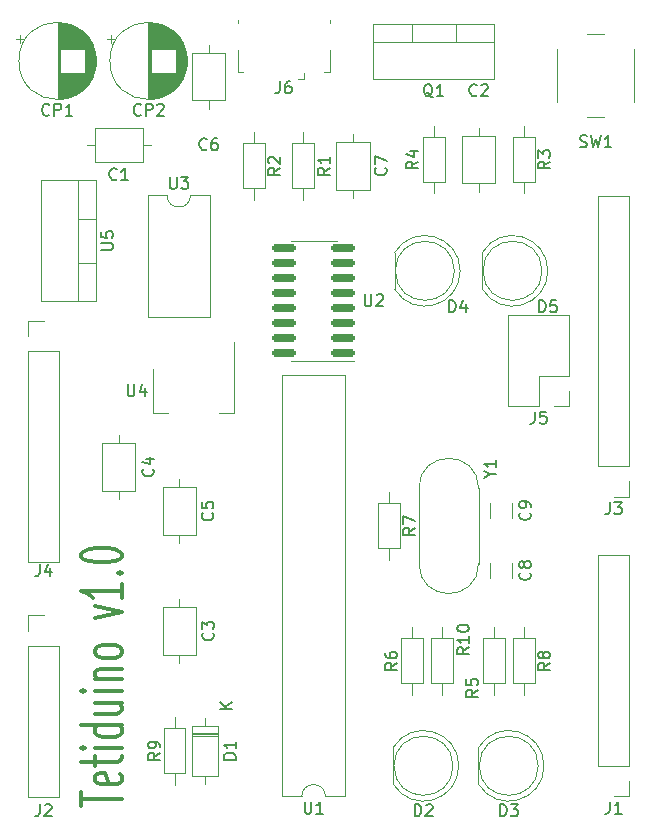
<source format=gto>
G04 #@! TF.GenerationSoftware,KiCad,Pcbnew,6.0.11-3.fc36*
G04 #@! TF.CreationDate,2023-04-04T19:10:39+09:00*
G04 #@! TF.ProjectId,Tetiduino,54657469-6475-4696-9e6f-2e6b69636164,rev?*
G04 #@! TF.SameCoordinates,Original*
G04 #@! TF.FileFunction,Legend,Top*
G04 #@! TF.FilePolarity,Positive*
%FSLAX46Y46*%
G04 Gerber Fmt 4.6, Leading zero omitted, Abs format (unit mm)*
G04 Created by KiCad (PCBNEW 6.0.11-3.fc36) date 2023-04-04 19:10:39*
%MOMM*%
%LPD*%
G01*
G04 APERTURE LIST*
G04 Aperture macros list*
%AMRoundRect*
0 Rectangle with rounded corners*
0 $1 Rounding radius*
0 $2 $3 $4 $5 $6 $7 $8 $9 X,Y pos of 4 corners*
0 Add a 4 corners polygon primitive as box body*
4,1,4,$2,$3,$4,$5,$6,$7,$8,$9,$2,$3,0*
0 Add four circle primitives for the rounded corners*
1,1,$1+$1,$2,$3*
1,1,$1+$1,$4,$5*
1,1,$1+$1,$6,$7*
1,1,$1+$1,$8,$9*
0 Add four rect primitives between the rounded corners*
20,1,$1+$1,$2,$3,$4,$5,0*
20,1,$1+$1,$4,$5,$6,$7,0*
20,1,$1+$1,$6,$7,$8,$9,0*
20,1,$1+$1,$8,$9,$2,$3,0*%
G04 Aperture macros list end*
%ADD10C,0.300000*%
%ADD11C,0.150000*%
%ADD12C,0.120000*%
%ADD13R,1.700000X1.700000*%
%ADD14O,1.700000X1.700000*%
%ADD15C,1.400000*%
%ADD16O,1.400000X1.400000*%
%ADD17R,1.905000X2.000000*%
%ADD18O,1.905000X2.000000*%
%ADD19R,1.600000X1.600000*%
%ADD20O,1.600000X1.600000*%
%ADD21C,1.600000*%
%ADD22R,0.400000X1.350000*%
%ADD23R,1.500000X1.900000*%
%ADD24R,1.200000X1.900000*%
%ADD25O,1.200000X1.900000*%
%ADD26C,1.450000*%
%ADD27C,2.000000*%
%ADD28R,1.800000X1.800000*%
%ADD29C,1.800000*%
%ADD30R,1.500000X2.000000*%
%ADD31R,3.800000X2.000000*%
%ADD32RoundRect,0.150000X0.825000X0.150000X-0.825000X0.150000X-0.825000X-0.150000X0.825000X-0.150000X0*%
%ADD33R,2.000000X1.905000*%
%ADD34O,2.000000X1.905000*%
%ADD35C,1.500000*%
G04 APERTURE END LIST*
D10*
X127623333Y-138635000D02*
X127623333Y-137435000D01*
X131123333Y-138035000D02*
X127623333Y-138035000D01*
X130956666Y-135935000D02*
X131123333Y-136135000D01*
X131123333Y-136535000D01*
X130956666Y-136735000D01*
X130623333Y-136835000D01*
X129290000Y-136835000D01*
X128956666Y-136735000D01*
X128790000Y-136535000D01*
X128790000Y-136135000D01*
X128956666Y-135935000D01*
X129290000Y-135835000D01*
X129623333Y-135835000D01*
X129956666Y-136835000D01*
X128790000Y-135235000D02*
X128790000Y-134435000D01*
X127623333Y-134935000D02*
X130623333Y-134935000D01*
X130956666Y-134835000D01*
X131123333Y-134635000D01*
X131123333Y-134435000D01*
X131123333Y-133735000D02*
X128790000Y-133735000D01*
X127623333Y-133735000D02*
X127790000Y-133835000D01*
X127956666Y-133735000D01*
X127790000Y-133635000D01*
X127623333Y-133735000D01*
X127956666Y-133735000D01*
X131123333Y-131835000D02*
X127623333Y-131835000D01*
X130956666Y-131835000D02*
X131123333Y-132035000D01*
X131123333Y-132435000D01*
X130956666Y-132635000D01*
X130790000Y-132735000D01*
X130456666Y-132835000D01*
X129456666Y-132835000D01*
X129123333Y-132735000D01*
X128956666Y-132635000D01*
X128790000Y-132435000D01*
X128790000Y-132035000D01*
X128956666Y-131835000D01*
X128790000Y-129935000D02*
X131123333Y-129935000D01*
X128790000Y-130835000D02*
X130623333Y-130835000D01*
X130956666Y-130735000D01*
X131123333Y-130535000D01*
X131123333Y-130235000D01*
X130956666Y-130035000D01*
X130790000Y-129935000D01*
X131123333Y-128935000D02*
X128790000Y-128935000D01*
X127623333Y-128935000D02*
X127790000Y-129035000D01*
X127956666Y-128935000D01*
X127790000Y-128835000D01*
X127623333Y-128935000D01*
X127956666Y-128935000D01*
X128790000Y-127935000D02*
X131123333Y-127935000D01*
X129123333Y-127935000D02*
X128956666Y-127835000D01*
X128790000Y-127635000D01*
X128790000Y-127335000D01*
X128956666Y-127135000D01*
X129290000Y-127035000D01*
X131123333Y-127035000D01*
X131123333Y-125735000D02*
X130956666Y-125935000D01*
X130790000Y-126035000D01*
X130456666Y-126135000D01*
X129456666Y-126135000D01*
X129123333Y-126035000D01*
X128956666Y-125935000D01*
X128790000Y-125735000D01*
X128790000Y-125435000D01*
X128956666Y-125235000D01*
X129123333Y-125135000D01*
X129456666Y-125035000D01*
X130456666Y-125035000D01*
X130790000Y-125135000D01*
X130956666Y-125235000D01*
X131123333Y-125435000D01*
X131123333Y-125735000D01*
X128790000Y-122735000D02*
X131123333Y-122235000D01*
X128790000Y-121735000D01*
X131123333Y-119835000D02*
X131123333Y-121035000D01*
X131123333Y-120435000D02*
X127623333Y-120435000D01*
X128123333Y-120635000D01*
X128456666Y-120835000D01*
X128623333Y-121035000D01*
X130790000Y-118935000D02*
X130956666Y-118835000D01*
X131123333Y-118935000D01*
X130956666Y-119035000D01*
X130790000Y-118935000D01*
X131123333Y-118935000D01*
X127623333Y-117535000D02*
X127623333Y-117335000D01*
X127790000Y-117135000D01*
X127956666Y-117035000D01*
X128290000Y-116935000D01*
X128956666Y-116835000D01*
X129790000Y-116835000D01*
X130456666Y-116935000D01*
X130790000Y-117035000D01*
X130956666Y-117135000D01*
X131123333Y-117335000D01*
X131123333Y-117535000D01*
X130956666Y-117735000D01*
X130790000Y-117835000D01*
X130456666Y-117935000D01*
X129790000Y-118035000D01*
X128956666Y-118035000D01*
X128290000Y-117935000D01*
X127956666Y-117835000D01*
X127790000Y-117735000D01*
X127623333Y-117535000D01*
D11*
X124126666Y-118197380D02*
X124126666Y-118911666D01*
X124079047Y-119054523D01*
X123983809Y-119149761D01*
X123840952Y-119197380D01*
X123745714Y-119197380D01*
X125031428Y-118530714D02*
X125031428Y-119197380D01*
X124793333Y-118149761D02*
X124555238Y-118864047D01*
X125174285Y-118864047D01*
X167330380Y-84091666D02*
X166854190Y-84425000D01*
X167330380Y-84663095D02*
X166330380Y-84663095D01*
X166330380Y-84282142D01*
X166378000Y-84186904D01*
X166425619Y-84139285D01*
X166520857Y-84091666D01*
X166663714Y-84091666D01*
X166758952Y-84139285D01*
X166806571Y-84186904D01*
X166854190Y-84282142D01*
X166854190Y-84663095D01*
X166330380Y-83758333D02*
X166330380Y-83139285D01*
X166711333Y-83472619D01*
X166711333Y-83329761D01*
X166758952Y-83234523D01*
X166806571Y-83186904D01*
X166901809Y-83139285D01*
X167139904Y-83139285D01*
X167235142Y-83186904D01*
X167282761Y-83234523D01*
X167330380Y-83329761D01*
X167330380Y-83615476D01*
X167282761Y-83710714D01*
X167235142Y-83758333D01*
X157384761Y-78652619D02*
X157289523Y-78605000D01*
X157194285Y-78509761D01*
X157051428Y-78366904D01*
X156956190Y-78319285D01*
X156860952Y-78319285D01*
X156908571Y-78557380D02*
X156813333Y-78509761D01*
X156718095Y-78414523D01*
X156670476Y-78224047D01*
X156670476Y-77890714D01*
X156718095Y-77700238D01*
X156813333Y-77605000D01*
X156908571Y-77557380D01*
X157099047Y-77557380D01*
X157194285Y-77605000D01*
X157289523Y-77700238D01*
X157337142Y-77890714D01*
X157337142Y-78224047D01*
X157289523Y-78414523D01*
X157194285Y-78509761D01*
X157099047Y-78557380D01*
X156908571Y-78557380D01*
X158289523Y-78557380D02*
X157718095Y-78557380D01*
X158003809Y-78557380D02*
X158003809Y-77557380D01*
X157908571Y-77700238D01*
X157813333Y-77795476D01*
X157718095Y-77843095D01*
X140702380Y-134723095D02*
X139702380Y-134723095D01*
X139702380Y-134485000D01*
X139750000Y-134342142D01*
X139845238Y-134246904D01*
X139940476Y-134199285D01*
X140130952Y-134151666D01*
X140273809Y-134151666D01*
X140464285Y-134199285D01*
X140559523Y-134246904D01*
X140654761Y-134342142D01*
X140702380Y-134485000D01*
X140702380Y-134723095D01*
X140702380Y-133199285D02*
X140702380Y-133770714D01*
X140702380Y-133485000D02*
X139702380Y-133485000D01*
X139845238Y-133580238D01*
X139940476Y-133675476D01*
X139988095Y-133770714D01*
X140382380Y-130436904D02*
X139382380Y-130436904D01*
X140382380Y-129865476D02*
X139810952Y-130294047D01*
X139382380Y-129865476D02*
X139953809Y-130436904D01*
X165602142Y-118891666D02*
X165649761Y-118939285D01*
X165697380Y-119082142D01*
X165697380Y-119177380D01*
X165649761Y-119320238D01*
X165554523Y-119415476D01*
X165459285Y-119463095D01*
X165268809Y-119510714D01*
X165125952Y-119510714D01*
X164935476Y-119463095D01*
X164840238Y-119415476D01*
X164745000Y-119320238D01*
X164697380Y-119177380D01*
X164697380Y-119082142D01*
X164745000Y-118939285D01*
X164792619Y-118891666D01*
X165125952Y-118320238D02*
X165078333Y-118415476D01*
X165030714Y-118463095D01*
X164935476Y-118510714D01*
X164887857Y-118510714D01*
X164792619Y-118463095D01*
X164745000Y-118415476D01*
X164697380Y-118320238D01*
X164697380Y-118129761D01*
X164745000Y-118034523D01*
X164792619Y-117986904D01*
X164887857Y-117939285D01*
X164935476Y-117939285D01*
X165030714Y-117986904D01*
X165078333Y-118034523D01*
X165125952Y-118129761D01*
X165125952Y-118320238D01*
X165173571Y-118415476D01*
X165221190Y-118463095D01*
X165316428Y-118510714D01*
X165506904Y-118510714D01*
X165602142Y-118463095D01*
X165649761Y-118415476D01*
X165697380Y-118320238D01*
X165697380Y-118129761D01*
X165649761Y-118034523D01*
X165602142Y-117986904D01*
X165506904Y-117939285D01*
X165316428Y-117939285D01*
X165221190Y-117986904D01*
X165173571Y-118034523D01*
X165125952Y-118129761D01*
X165602142Y-113811666D02*
X165649761Y-113859285D01*
X165697380Y-114002142D01*
X165697380Y-114097380D01*
X165649761Y-114240238D01*
X165554523Y-114335476D01*
X165459285Y-114383095D01*
X165268809Y-114430714D01*
X165125952Y-114430714D01*
X164935476Y-114383095D01*
X164840238Y-114335476D01*
X164745000Y-114240238D01*
X164697380Y-114097380D01*
X164697380Y-114002142D01*
X164745000Y-113859285D01*
X164792619Y-113811666D01*
X165697380Y-113335476D02*
X165697380Y-113145000D01*
X165649761Y-113049761D01*
X165602142Y-113002142D01*
X165459285Y-112906904D01*
X165268809Y-112859285D01*
X164887857Y-112859285D01*
X164792619Y-112906904D01*
X164745000Y-112954523D01*
X164697380Y-113049761D01*
X164697380Y-113240238D01*
X164745000Y-113335476D01*
X164792619Y-113383095D01*
X164887857Y-113430714D01*
X165125952Y-113430714D01*
X165221190Y-113383095D01*
X165268809Y-113335476D01*
X165316428Y-113240238D01*
X165316428Y-113049761D01*
X165268809Y-112954523D01*
X165221190Y-112906904D01*
X165125952Y-112859285D01*
X132683333Y-80113142D02*
X132635714Y-80160761D01*
X132492857Y-80208380D01*
X132397619Y-80208380D01*
X132254761Y-80160761D01*
X132159523Y-80065523D01*
X132111904Y-79970285D01*
X132064285Y-79779809D01*
X132064285Y-79636952D01*
X132111904Y-79446476D01*
X132159523Y-79351238D01*
X132254761Y-79256000D01*
X132397619Y-79208380D01*
X132492857Y-79208380D01*
X132635714Y-79256000D01*
X132683333Y-79303619D01*
X133111904Y-80208380D02*
X133111904Y-79208380D01*
X133492857Y-79208380D01*
X133588095Y-79256000D01*
X133635714Y-79303619D01*
X133683333Y-79398857D01*
X133683333Y-79541714D01*
X133635714Y-79636952D01*
X133588095Y-79684571D01*
X133492857Y-79732190D01*
X133111904Y-79732190D01*
X134064285Y-79303619D02*
X134111904Y-79256000D01*
X134207142Y-79208380D01*
X134445238Y-79208380D01*
X134540476Y-79256000D01*
X134588095Y-79303619D01*
X134635714Y-79398857D01*
X134635714Y-79494095D01*
X134588095Y-79636952D01*
X134016666Y-80208380D01*
X134635714Y-80208380D01*
X133707142Y-110121666D02*
X133754761Y-110169285D01*
X133802380Y-110312142D01*
X133802380Y-110407380D01*
X133754761Y-110550238D01*
X133659523Y-110645476D01*
X133564285Y-110693095D01*
X133373809Y-110740714D01*
X133230952Y-110740714D01*
X133040476Y-110693095D01*
X132945238Y-110645476D01*
X132850000Y-110550238D01*
X132802380Y-110407380D01*
X132802380Y-110312142D01*
X132850000Y-110169285D01*
X132897619Y-110121666D01*
X133135714Y-109264523D02*
X133802380Y-109264523D01*
X132754761Y-109502619D02*
X133469047Y-109740714D01*
X133469047Y-109121666D01*
X153392142Y-84621666D02*
X153439761Y-84669285D01*
X153487380Y-84812142D01*
X153487380Y-84907380D01*
X153439761Y-85050238D01*
X153344523Y-85145476D01*
X153249285Y-85193095D01*
X153058809Y-85240714D01*
X152915952Y-85240714D01*
X152725476Y-85193095D01*
X152630238Y-85145476D01*
X152535000Y-85050238D01*
X152487380Y-84907380D01*
X152487380Y-84812142D01*
X152535000Y-84669285D01*
X152582619Y-84621666D01*
X152487380Y-84288333D02*
X152487380Y-83621666D01*
X153487380Y-84050238D01*
X144446666Y-77314880D02*
X144446666Y-78029166D01*
X144399047Y-78172023D01*
X144303809Y-78267261D01*
X144160952Y-78314880D01*
X144065714Y-78314880D01*
X145351428Y-77314880D02*
X145160952Y-77314880D01*
X145065714Y-77362500D01*
X145018095Y-77410119D01*
X144922857Y-77552976D01*
X144875238Y-77743452D01*
X144875238Y-78124404D01*
X144922857Y-78219642D01*
X144970476Y-78267261D01*
X145065714Y-78314880D01*
X145256190Y-78314880D01*
X145351428Y-78267261D01*
X145399047Y-78219642D01*
X145446666Y-78124404D01*
X145446666Y-77886309D01*
X145399047Y-77791071D01*
X145351428Y-77743452D01*
X145256190Y-77695833D01*
X145065714Y-77695833D01*
X144970476Y-77743452D01*
X144922857Y-77791071D01*
X144875238Y-77886309D01*
X169862666Y-82827761D02*
X170005523Y-82875380D01*
X170243619Y-82875380D01*
X170338857Y-82827761D01*
X170386476Y-82780142D01*
X170434095Y-82684904D01*
X170434095Y-82589666D01*
X170386476Y-82494428D01*
X170338857Y-82446809D01*
X170243619Y-82399190D01*
X170053142Y-82351571D01*
X169957904Y-82303952D01*
X169910285Y-82256333D01*
X169862666Y-82161095D01*
X169862666Y-82065857D01*
X169910285Y-81970619D01*
X169957904Y-81923000D01*
X170053142Y-81875380D01*
X170291238Y-81875380D01*
X170434095Y-81923000D01*
X170767428Y-81875380D02*
X171005523Y-82875380D01*
X171196000Y-82161095D01*
X171386476Y-82875380D01*
X171624571Y-81875380D01*
X172529333Y-82875380D02*
X171957904Y-82875380D01*
X172243619Y-82875380D02*
X172243619Y-81875380D01*
X172148380Y-82018238D01*
X172053142Y-82113476D01*
X171957904Y-82161095D01*
X166393904Y-96845380D02*
X166393904Y-95845380D01*
X166632000Y-95845380D01*
X166774857Y-95893000D01*
X166870095Y-95988238D01*
X166917714Y-96083476D01*
X166965333Y-96273952D01*
X166965333Y-96416809D01*
X166917714Y-96607285D01*
X166870095Y-96702523D01*
X166774857Y-96797761D01*
X166632000Y-96845380D01*
X166393904Y-96845380D01*
X167870095Y-95845380D02*
X167393904Y-95845380D01*
X167346285Y-96321571D01*
X167393904Y-96273952D01*
X167489142Y-96226333D01*
X167727238Y-96226333D01*
X167822476Y-96273952D01*
X167870095Y-96321571D01*
X167917714Y-96416809D01*
X167917714Y-96654904D01*
X167870095Y-96750142D01*
X167822476Y-96797761D01*
X167727238Y-96845380D01*
X167489142Y-96845380D01*
X167393904Y-96797761D01*
X167346285Y-96750142D01*
X131572095Y-102957380D02*
X131572095Y-103766904D01*
X131619714Y-103862142D01*
X131667333Y-103909761D01*
X131762571Y-103957380D01*
X131953047Y-103957380D01*
X132048285Y-103909761D01*
X132095904Y-103862142D01*
X132143523Y-103766904D01*
X132143523Y-102957380D01*
X133048285Y-103290714D02*
X133048285Y-103957380D01*
X132810190Y-102909761D02*
X132572095Y-103624047D01*
X133191142Y-103624047D01*
X130643333Y-85574142D02*
X130595714Y-85621761D01*
X130452857Y-85669380D01*
X130357619Y-85669380D01*
X130214761Y-85621761D01*
X130119523Y-85526523D01*
X130071904Y-85431285D01*
X130024285Y-85240809D01*
X130024285Y-85097952D01*
X130071904Y-84907476D01*
X130119523Y-84812238D01*
X130214761Y-84717000D01*
X130357619Y-84669380D01*
X130452857Y-84669380D01*
X130595714Y-84717000D01*
X130643333Y-84764619D01*
X131595714Y-85669380D02*
X131024285Y-85669380D01*
X131310000Y-85669380D02*
X131310000Y-84669380D01*
X131214761Y-84812238D01*
X131119523Y-84907476D01*
X131024285Y-84955095D01*
X163091904Y-139517380D02*
X163091904Y-138517380D01*
X163330000Y-138517380D01*
X163472857Y-138565000D01*
X163568095Y-138660238D01*
X163615714Y-138755476D01*
X163663333Y-138945952D01*
X163663333Y-139088809D01*
X163615714Y-139279285D01*
X163568095Y-139374523D01*
X163472857Y-139469761D01*
X163330000Y-139517380D01*
X163091904Y-139517380D01*
X163996666Y-138517380D02*
X164615714Y-138517380D01*
X164282380Y-138898333D01*
X164425238Y-138898333D01*
X164520476Y-138945952D01*
X164568095Y-138993571D01*
X164615714Y-139088809D01*
X164615714Y-139326904D01*
X164568095Y-139422142D01*
X164520476Y-139469761D01*
X164425238Y-139517380D01*
X164139523Y-139517380D01*
X164044285Y-139469761D01*
X163996666Y-139422142D01*
X161123333Y-78462142D02*
X161075714Y-78509761D01*
X160932857Y-78557380D01*
X160837619Y-78557380D01*
X160694761Y-78509761D01*
X160599523Y-78414523D01*
X160551904Y-78319285D01*
X160504285Y-78128809D01*
X160504285Y-77985952D01*
X160551904Y-77795476D01*
X160599523Y-77700238D01*
X160694761Y-77605000D01*
X160837619Y-77557380D01*
X160932857Y-77557380D01*
X161075714Y-77605000D01*
X161123333Y-77652619D01*
X161504285Y-77652619D02*
X161551904Y-77605000D01*
X161647142Y-77557380D01*
X161885238Y-77557380D01*
X161980476Y-77605000D01*
X162028095Y-77652619D01*
X162075714Y-77747857D01*
X162075714Y-77843095D01*
X162028095Y-77985952D01*
X161456666Y-78557380D01*
X162075714Y-78557380D01*
X135138095Y-85397380D02*
X135138095Y-86206904D01*
X135185714Y-86302142D01*
X135233333Y-86349761D01*
X135328571Y-86397380D01*
X135519047Y-86397380D01*
X135614285Y-86349761D01*
X135661904Y-86302142D01*
X135709523Y-86206904D01*
X135709523Y-85397380D01*
X136090476Y-85397380D02*
X136709523Y-85397380D01*
X136376190Y-85778333D01*
X136519047Y-85778333D01*
X136614285Y-85825952D01*
X136661904Y-85873571D01*
X136709523Y-85968809D01*
X136709523Y-86206904D01*
X136661904Y-86302142D01*
X136614285Y-86349761D01*
X136519047Y-86397380D01*
X136233333Y-86397380D01*
X136138095Y-86349761D01*
X136090476Y-86302142D01*
X148661380Y-84621666D02*
X148185190Y-84955000D01*
X148661380Y-85193095D02*
X147661380Y-85193095D01*
X147661380Y-84812142D01*
X147709000Y-84716904D01*
X147756619Y-84669285D01*
X147851857Y-84621666D01*
X147994714Y-84621666D01*
X148089952Y-84669285D01*
X148137571Y-84716904D01*
X148185190Y-84812142D01*
X148185190Y-85193095D01*
X148661380Y-83669285D02*
X148661380Y-84240714D01*
X148661380Y-83955000D02*
X147661380Y-83955000D01*
X147804238Y-84050238D01*
X147899476Y-84145476D01*
X147947095Y-84240714D01*
X146548095Y-138297380D02*
X146548095Y-139106904D01*
X146595714Y-139202142D01*
X146643333Y-139249761D01*
X146738571Y-139297380D01*
X146929047Y-139297380D01*
X147024285Y-139249761D01*
X147071904Y-139202142D01*
X147119523Y-139106904D01*
X147119523Y-138297380D01*
X148119523Y-139297380D02*
X147548095Y-139297380D01*
X147833809Y-139297380D02*
X147833809Y-138297380D01*
X147738571Y-138440238D01*
X147643333Y-138535476D01*
X147548095Y-138583095D01*
X167330380Y-126531666D02*
X166854190Y-126865000D01*
X167330380Y-127103095D02*
X166330380Y-127103095D01*
X166330380Y-126722142D01*
X166378000Y-126626904D01*
X166425619Y-126579285D01*
X166520857Y-126531666D01*
X166663714Y-126531666D01*
X166758952Y-126579285D01*
X166806571Y-126626904D01*
X166854190Y-126722142D01*
X166854190Y-127103095D01*
X166758952Y-125960238D02*
X166711333Y-126055476D01*
X166663714Y-126103095D01*
X166568476Y-126150714D01*
X166520857Y-126150714D01*
X166425619Y-126103095D01*
X166378000Y-126055476D01*
X166330380Y-125960238D01*
X166330380Y-125769761D01*
X166378000Y-125674523D01*
X166425619Y-125626904D01*
X166520857Y-125579285D01*
X166568476Y-125579285D01*
X166663714Y-125626904D01*
X166711333Y-125674523D01*
X166758952Y-125769761D01*
X166758952Y-125960238D01*
X166806571Y-126055476D01*
X166854190Y-126103095D01*
X166949428Y-126150714D01*
X167139904Y-126150714D01*
X167235142Y-126103095D01*
X167282761Y-126055476D01*
X167330380Y-125960238D01*
X167330380Y-125769761D01*
X167282761Y-125674523D01*
X167235142Y-125626904D01*
X167139904Y-125579285D01*
X166949428Y-125579285D01*
X166854190Y-125626904D01*
X166806571Y-125674523D01*
X166758952Y-125769761D01*
X156154380Y-84091666D02*
X155678190Y-84425000D01*
X156154380Y-84663095D02*
X155154380Y-84663095D01*
X155154380Y-84282142D01*
X155202000Y-84186904D01*
X155249619Y-84139285D01*
X155344857Y-84091666D01*
X155487714Y-84091666D01*
X155582952Y-84139285D01*
X155630571Y-84186904D01*
X155678190Y-84282142D01*
X155678190Y-84663095D01*
X155487714Y-83234523D02*
X156154380Y-83234523D01*
X155106761Y-83472619D02*
X155821047Y-83710714D01*
X155821047Y-83091666D01*
X161234380Y-128817666D02*
X160758190Y-129151000D01*
X161234380Y-129389095D02*
X160234380Y-129389095D01*
X160234380Y-129008142D01*
X160282000Y-128912904D01*
X160329619Y-128865285D01*
X160424857Y-128817666D01*
X160567714Y-128817666D01*
X160662952Y-128865285D01*
X160710571Y-128912904D01*
X160758190Y-129008142D01*
X160758190Y-129389095D01*
X160234380Y-127912904D02*
X160234380Y-128389095D01*
X160710571Y-128436714D01*
X160662952Y-128389095D01*
X160615333Y-128293857D01*
X160615333Y-128055761D01*
X160662952Y-127960523D01*
X160710571Y-127912904D01*
X160805809Y-127865285D01*
X161043904Y-127865285D01*
X161139142Y-127912904D01*
X161186761Y-127960523D01*
X161234380Y-128055761D01*
X161234380Y-128293857D01*
X161186761Y-128389095D01*
X161139142Y-128436714D01*
X124936333Y-80113142D02*
X124888714Y-80160761D01*
X124745857Y-80208380D01*
X124650619Y-80208380D01*
X124507761Y-80160761D01*
X124412523Y-80065523D01*
X124364904Y-79970285D01*
X124317285Y-79779809D01*
X124317285Y-79636952D01*
X124364904Y-79446476D01*
X124412523Y-79351238D01*
X124507761Y-79256000D01*
X124650619Y-79208380D01*
X124745857Y-79208380D01*
X124888714Y-79256000D01*
X124936333Y-79303619D01*
X125364904Y-80208380D02*
X125364904Y-79208380D01*
X125745857Y-79208380D01*
X125841095Y-79256000D01*
X125888714Y-79303619D01*
X125936333Y-79398857D01*
X125936333Y-79541714D01*
X125888714Y-79636952D01*
X125841095Y-79684571D01*
X125745857Y-79732190D01*
X125364904Y-79732190D01*
X126888714Y-80208380D02*
X126317285Y-80208380D01*
X126603000Y-80208380D02*
X126603000Y-79208380D01*
X126507761Y-79351238D01*
X126412523Y-79446476D01*
X126317285Y-79494095D01*
X134310380Y-134151666D02*
X133834190Y-134485000D01*
X134310380Y-134723095D02*
X133310380Y-134723095D01*
X133310380Y-134342142D01*
X133358000Y-134246904D01*
X133405619Y-134199285D01*
X133500857Y-134151666D01*
X133643714Y-134151666D01*
X133738952Y-134199285D01*
X133786571Y-134246904D01*
X133834190Y-134342142D01*
X133834190Y-134723095D01*
X134310380Y-133675476D02*
X134310380Y-133485000D01*
X134262761Y-133389761D01*
X134215142Y-133342142D01*
X134072285Y-133246904D01*
X133881809Y-133199285D01*
X133500857Y-133199285D01*
X133405619Y-133246904D01*
X133358000Y-133294523D01*
X133310380Y-133389761D01*
X133310380Y-133580238D01*
X133358000Y-133675476D01*
X133405619Y-133723095D01*
X133500857Y-133770714D01*
X133738952Y-133770714D01*
X133834190Y-133723095D01*
X133881809Y-133675476D01*
X133929428Y-133580238D01*
X133929428Y-133389761D01*
X133881809Y-133294523D01*
X133834190Y-133246904D01*
X133738952Y-133199285D01*
X155900380Y-115101666D02*
X155424190Y-115435000D01*
X155900380Y-115673095D02*
X154900380Y-115673095D01*
X154900380Y-115292142D01*
X154948000Y-115196904D01*
X154995619Y-115149285D01*
X155090857Y-115101666D01*
X155233714Y-115101666D01*
X155328952Y-115149285D01*
X155376571Y-115196904D01*
X155424190Y-115292142D01*
X155424190Y-115673095D01*
X154900380Y-114768333D02*
X154900380Y-114101666D01*
X155900380Y-114530238D01*
X172386666Y-138292380D02*
X172386666Y-139006666D01*
X172339047Y-139149523D01*
X172243809Y-139244761D01*
X172100952Y-139292380D01*
X172005714Y-139292380D01*
X173386666Y-139292380D02*
X172815238Y-139292380D01*
X173100952Y-139292380D02*
X173100952Y-138292380D01*
X173005714Y-138435238D01*
X172910476Y-138530476D01*
X172815238Y-138578095D01*
X166041666Y-105272380D02*
X166041666Y-105986666D01*
X165994047Y-106129523D01*
X165898809Y-106224761D01*
X165755952Y-106272380D01*
X165660714Y-106272380D01*
X166994047Y-105272380D02*
X166517857Y-105272380D01*
X166470238Y-105748571D01*
X166517857Y-105700952D01*
X166613095Y-105653333D01*
X166851190Y-105653333D01*
X166946428Y-105700952D01*
X166994047Y-105748571D01*
X167041666Y-105843809D01*
X167041666Y-106081904D01*
X166994047Y-106177142D01*
X166946428Y-106224761D01*
X166851190Y-106272380D01*
X166613095Y-106272380D01*
X166517857Y-106224761D01*
X166470238Y-106177142D01*
X151638095Y-95337380D02*
X151638095Y-96146904D01*
X151685714Y-96242142D01*
X151733333Y-96289761D01*
X151828571Y-96337380D01*
X152019047Y-96337380D01*
X152114285Y-96289761D01*
X152161904Y-96242142D01*
X152209523Y-96146904D01*
X152209523Y-95337380D01*
X152638095Y-95432619D02*
X152685714Y-95385000D01*
X152780952Y-95337380D01*
X153019047Y-95337380D01*
X153114285Y-95385000D01*
X153161904Y-95432619D01*
X153209523Y-95527857D01*
X153209523Y-95623095D01*
X153161904Y-95765952D01*
X152590476Y-96337380D01*
X153209523Y-96337380D01*
X154376380Y-126531666D02*
X153900190Y-126865000D01*
X154376380Y-127103095D02*
X153376380Y-127103095D01*
X153376380Y-126722142D01*
X153424000Y-126626904D01*
X153471619Y-126579285D01*
X153566857Y-126531666D01*
X153709714Y-126531666D01*
X153804952Y-126579285D01*
X153852571Y-126626904D01*
X153900190Y-126722142D01*
X153900190Y-127103095D01*
X153376380Y-125674523D02*
X153376380Y-125865000D01*
X153424000Y-125960238D01*
X153471619Y-126007857D01*
X153614476Y-126103095D01*
X153804952Y-126150714D01*
X154185904Y-126150714D01*
X154281142Y-126103095D01*
X154328761Y-126055476D01*
X154376380Y-125960238D01*
X154376380Y-125769761D01*
X154328761Y-125674523D01*
X154281142Y-125626904D01*
X154185904Y-125579285D01*
X153947809Y-125579285D01*
X153852571Y-125626904D01*
X153804952Y-125674523D01*
X153757333Y-125769761D01*
X153757333Y-125960238D01*
X153804952Y-126055476D01*
X153852571Y-126103095D01*
X153947809Y-126150714D01*
X138263333Y-83034142D02*
X138215714Y-83081761D01*
X138072857Y-83129380D01*
X137977619Y-83129380D01*
X137834761Y-83081761D01*
X137739523Y-82986523D01*
X137691904Y-82891285D01*
X137644285Y-82700809D01*
X137644285Y-82557952D01*
X137691904Y-82367476D01*
X137739523Y-82272238D01*
X137834761Y-82177000D01*
X137977619Y-82129380D01*
X138072857Y-82129380D01*
X138215714Y-82177000D01*
X138263333Y-82224619D01*
X139120476Y-82129380D02*
X138930000Y-82129380D01*
X138834761Y-82177000D01*
X138787142Y-82224619D01*
X138691904Y-82367476D01*
X138644285Y-82557952D01*
X138644285Y-82938904D01*
X138691904Y-83034142D01*
X138739523Y-83081761D01*
X138834761Y-83129380D01*
X139025238Y-83129380D01*
X139120476Y-83081761D01*
X139168095Y-83034142D01*
X139215714Y-82938904D01*
X139215714Y-82700809D01*
X139168095Y-82605571D01*
X139120476Y-82557952D01*
X139025238Y-82510333D01*
X138834761Y-82510333D01*
X138739523Y-82557952D01*
X138691904Y-82605571D01*
X138644285Y-82700809D01*
X129322380Y-91566904D02*
X130131904Y-91566904D01*
X130227142Y-91519285D01*
X130274761Y-91471666D01*
X130322380Y-91376428D01*
X130322380Y-91185952D01*
X130274761Y-91090714D01*
X130227142Y-91043095D01*
X130131904Y-90995476D01*
X129322380Y-90995476D01*
X129322380Y-90043095D02*
X129322380Y-90519285D01*
X129798571Y-90566904D01*
X129750952Y-90519285D01*
X129703333Y-90424047D01*
X129703333Y-90185952D01*
X129750952Y-90090714D01*
X129798571Y-90043095D01*
X129893809Y-89995476D01*
X130131904Y-89995476D01*
X130227142Y-90043095D01*
X130274761Y-90090714D01*
X130322380Y-90185952D01*
X130322380Y-90424047D01*
X130274761Y-90519285D01*
X130227142Y-90566904D01*
X155871904Y-139517380D02*
X155871904Y-138517380D01*
X156110000Y-138517380D01*
X156252857Y-138565000D01*
X156348095Y-138660238D01*
X156395714Y-138755476D01*
X156443333Y-138945952D01*
X156443333Y-139088809D01*
X156395714Y-139279285D01*
X156348095Y-139374523D01*
X156252857Y-139469761D01*
X156110000Y-139517380D01*
X155871904Y-139517380D01*
X156824285Y-138612619D02*
X156871904Y-138565000D01*
X156967142Y-138517380D01*
X157205238Y-138517380D01*
X157300476Y-138565000D01*
X157348095Y-138612619D01*
X157395714Y-138707857D01*
X157395714Y-138803095D01*
X157348095Y-138945952D01*
X156776666Y-139517380D01*
X157395714Y-139517380D01*
X124126666Y-138517380D02*
X124126666Y-139231666D01*
X124079047Y-139374523D01*
X123983809Y-139469761D01*
X123840952Y-139517380D01*
X123745714Y-139517380D01*
X124555238Y-138612619D02*
X124602857Y-138565000D01*
X124698095Y-138517380D01*
X124936190Y-138517380D01*
X125031428Y-138565000D01*
X125079047Y-138612619D01*
X125126666Y-138707857D01*
X125126666Y-138803095D01*
X125079047Y-138945952D01*
X124507619Y-139517380D01*
X125126666Y-139517380D01*
X162282190Y-110585190D02*
X162758380Y-110585190D01*
X161758380Y-110918523D02*
X162282190Y-110585190D01*
X161758380Y-110251857D01*
X162758380Y-109394714D02*
X162758380Y-109966142D01*
X162758380Y-109680428D02*
X161758380Y-109680428D01*
X161901238Y-109775666D01*
X161996476Y-109870904D01*
X162044095Y-109966142D01*
X138727142Y-113831666D02*
X138774761Y-113879285D01*
X138822380Y-114022142D01*
X138822380Y-114117380D01*
X138774761Y-114260238D01*
X138679523Y-114355476D01*
X138584285Y-114403095D01*
X138393809Y-114450714D01*
X138250952Y-114450714D01*
X138060476Y-114403095D01*
X137965238Y-114355476D01*
X137870000Y-114260238D01*
X137822380Y-114117380D01*
X137822380Y-114022142D01*
X137870000Y-113879285D01*
X137917619Y-113831666D01*
X137822380Y-112926904D02*
X137822380Y-113403095D01*
X138298571Y-113450714D01*
X138250952Y-113403095D01*
X138203333Y-113307857D01*
X138203333Y-113069761D01*
X138250952Y-112974523D01*
X138298571Y-112926904D01*
X138393809Y-112879285D01*
X138631904Y-112879285D01*
X138727142Y-112926904D01*
X138774761Y-112974523D01*
X138822380Y-113069761D01*
X138822380Y-113307857D01*
X138774761Y-113403095D01*
X138727142Y-113450714D01*
X158773904Y-96845380D02*
X158773904Y-95845380D01*
X159012000Y-95845380D01*
X159154857Y-95893000D01*
X159250095Y-95988238D01*
X159297714Y-96083476D01*
X159345333Y-96273952D01*
X159345333Y-96416809D01*
X159297714Y-96607285D01*
X159250095Y-96702523D01*
X159154857Y-96797761D01*
X159012000Y-96845380D01*
X158773904Y-96845380D01*
X160202476Y-96178714D02*
X160202476Y-96845380D01*
X159964380Y-95797761D02*
X159726285Y-96512047D01*
X160345333Y-96512047D01*
X138787142Y-123991666D02*
X138834761Y-124039285D01*
X138882380Y-124182142D01*
X138882380Y-124277380D01*
X138834761Y-124420238D01*
X138739523Y-124515476D01*
X138644285Y-124563095D01*
X138453809Y-124610714D01*
X138310952Y-124610714D01*
X138120476Y-124563095D01*
X138025238Y-124515476D01*
X137930000Y-124420238D01*
X137882380Y-124277380D01*
X137882380Y-124182142D01*
X137930000Y-124039285D01*
X137977619Y-123991666D01*
X137882380Y-123658333D02*
X137882380Y-123039285D01*
X138263333Y-123372619D01*
X138263333Y-123229761D01*
X138310952Y-123134523D01*
X138358571Y-123086904D01*
X138453809Y-123039285D01*
X138691904Y-123039285D01*
X138787142Y-123086904D01*
X138834761Y-123134523D01*
X138882380Y-123229761D01*
X138882380Y-123515476D01*
X138834761Y-123610714D01*
X138787142Y-123658333D01*
X172386666Y-112952380D02*
X172386666Y-113666666D01*
X172339047Y-113809523D01*
X172243809Y-113904761D01*
X172100952Y-113952380D01*
X172005714Y-113952380D01*
X172767619Y-112952380D02*
X173386666Y-112952380D01*
X173053333Y-113333333D01*
X173196190Y-113333333D01*
X173291428Y-113380952D01*
X173339047Y-113428571D01*
X173386666Y-113523809D01*
X173386666Y-113761904D01*
X173339047Y-113857142D01*
X173291428Y-113904761D01*
X173196190Y-113952380D01*
X172910476Y-113952380D01*
X172815238Y-113904761D01*
X172767619Y-113857142D01*
X160472380Y-125229857D02*
X159996190Y-125563190D01*
X160472380Y-125801285D02*
X159472380Y-125801285D01*
X159472380Y-125420333D01*
X159520000Y-125325095D01*
X159567619Y-125277476D01*
X159662857Y-125229857D01*
X159805714Y-125229857D01*
X159900952Y-125277476D01*
X159948571Y-125325095D01*
X159996190Y-125420333D01*
X159996190Y-125801285D01*
X160472380Y-124277476D02*
X160472380Y-124848904D01*
X160472380Y-124563190D02*
X159472380Y-124563190D01*
X159615238Y-124658428D01*
X159710476Y-124753666D01*
X159758095Y-124848904D01*
X159472380Y-123658428D02*
X159472380Y-123563190D01*
X159520000Y-123467952D01*
X159567619Y-123420333D01*
X159662857Y-123372714D01*
X159853333Y-123325095D01*
X160091428Y-123325095D01*
X160281904Y-123372714D01*
X160377142Y-123420333D01*
X160424761Y-123467952D01*
X160472380Y-123563190D01*
X160472380Y-123658428D01*
X160424761Y-123753666D01*
X160377142Y-123801285D01*
X160281904Y-123848904D01*
X160091428Y-123896523D01*
X159853333Y-123896523D01*
X159662857Y-123848904D01*
X159567619Y-123801285D01*
X159520000Y-123753666D01*
X159472380Y-123658428D01*
X144470380Y-84621666D02*
X143994190Y-84955000D01*
X144470380Y-85193095D02*
X143470380Y-85193095D01*
X143470380Y-84812142D01*
X143518000Y-84716904D01*
X143565619Y-84669285D01*
X143660857Y-84621666D01*
X143803714Y-84621666D01*
X143898952Y-84669285D01*
X143946571Y-84716904D01*
X143994190Y-84812142D01*
X143994190Y-85193095D01*
X143565619Y-84240714D02*
X143518000Y-84193095D01*
X143470380Y-84097857D01*
X143470380Y-83859761D01*
X143518000Y-83764523D01*
X143565619Y-83716904D01*
X143660857Y-83669285D01*
X143756095Y-83669285D01*
X143898952Y-83716904D01*
X144470380Y-84288333D01*
X144470380Y-83669285D01*
D12*
X123130000Y-98892500D02*
X123130000Y-97562500D01*
X123130000Y-100162500D02*
X123130000Y-118002500D01*
X123130000Y-100162500D02*
X125790000Y-100162500D01*
X125790000Y-100162500D02*
X125790000Y-118002500D01*
X123130000Y-118002500D02*
X125790000Y-118002500D01*
X123130000Y-97562500D02*
X124460000Y-97562500D01*
X164180000Y-85845000D02*
X166020000Y-85845000D01*
X165100000Y-86795000D02*
X165100000Y-85845000D01*
X164180000Y-82005000D02*
X164180000Y-85845000D01*
X165100000Y-81055000D02*
X165100000Y-82005000D01*
X166020000Y-82005000D02*
X164180000Y-82005000D01*
X166020000Y-85845000D02*
X166020000Y-82005000D01*
X155630000Y-72425000D02*
X155630000Y-73935000D01*
X152360000Y-77066000D02*
X162600000Y-77066000D01*
X152360000Y-73935000D02*
X162600000Y-73935000D01*
X159331000Y-72425000D02*
X159331000Y-73935000D01*
X152360000Y-72425000D02*
X162600000Y-72425000D01*
X152360000Y-72425000D02*
X152360000Y-77066000D01*
X162600000Y-72425000D02*
X162600000Y-77066000D01*
X139250000Y-136105000D02*
X139250000Y-131865000D01*
X139250000Y-132585000D02*
X137010000Y-132585000D01*
X137010000Y-131865000D02*
X137010000Y-136105000D01*
X139250000Y-131865000D02*
X137010000Y-131865000D01*
X137010000Y-136105000D02*
X139250000Y-136105000D01*
X138130000Y-136755000D02*
X138130000Y-136105000D01*
X138130000Y-131215000D02*
X138130000Y-131865000D01*
X139250000Y-132465000D02*
X137010000Y-132465000D01*
X139250000Y-132705000D02*
X137010000Y-132705000D01*
X162275000Y-118096000D02*
X162275000Y-119354000D01*
X164115000Y-118096000D02*
X164115000Y-119354000D01*
X164115000Y-113016000D02*
X164115000Y-114274000D01*
X162275000Y-113016000D02*
X162275000Y-114274000D01*
X135411000Y-76605000D02*
X135411000Y-78049000D01*
X130144759Y-73411000D02*
X130144759Y-74041000D01*
X134851000Y-76605000D02*
X134851000Y-78421000D01*
X134251000Y-76605000D02*
X134251000Y-78663000D01*
X133490000Y-72338000D02*
X133490000Y-78792000D01*
X133890000Y-72383000D02*
X133890000Y-74525000D01*
X136531000Y-74932000D02*
X136531000Y-76198000D01*
X135931000Y-73621000D02*
X135931000Y-77509000D01*
X133330000Y-72335000D02*
X133330000Y-78795000D01*
X134931000Y-76605000D02*
X134931000Y-78377000D01*
X136171000Y-73984000D02*
X136171000Y-77146000D01*
X133930000Y-76605000D02*
X133930000Y-78740000D01*
X133930000Y-72390000D02*
X133930000Y-74525000D01*
X133690000Y-72354000D02*
X133690000Y-74525000D01*
X135371000Y-76605000D02*
X135371000Y-78081000D01*
X133570000Y-76605000D02*
X133570000Y-78787000D01*
X133610000Y-76605000D02*
X133610000Y-78783000D01*
X135851000Y-73521000D02*
X135851000Y-77609000D01*
X135651000Y-73300000D02*
X135651000Y-77830000D01*
X134891000Y-76605000D02*
X134891000Y-78399000D01*
X134291000Y-76605000D02*
X134291000Y-78651000D01*
X134611000Y-72595000D02*
X134611000Y-74525000D01*
X134731000Y-76605000D02*
X134731000Y-78481000D01*
X136451000Y-74625000D02*
X136451000Y-76505000D01*
X134931000Y-72753000D02*
X134931000Y-74525000D01*
X134051000Y-76605000D02*
X134051000Y-78715000D01*
X134891000Y-72731000D02*
X134891000Y-74525000D01*
X135611000Y-73260000D02*
X135611000Y-74525000D01*
X135451000Y-73115000D02*
X135451000Y-74525000D01*
X134651000Y-72613000D02*
X134651000Y-74525000D01*
X134051000Y-72415000D02*
X134051000Y-74525000D01*
X134010000Y-72406000D02*
X134010000Y-74525000D01*
X136411000Y-74506000D02*
X136411000Y-76624000D01*
X136091000Y-73851000D02*
X136091000Y-77279000D01*
X136371000Y-74400000D02*
X136371000Y-76730000D01*
X134651000Y-76605000D02*
X134651000Y-78517000D01*
X136051000Y-73789000D02*
X136051000Y-77341000D01*
X136211000Y-74056000D02*
X136211000Y-77074000D01*
X135371000Y-73049000D02*
X135371000Y-74525000D01*
X134331000Y-72491000D02*
X134331000Y-74525000D01*
X133850000Y-76605000D02*
X133850000Y-78754000D01*
X134771000Y-76605000D02*
X134771000Y-78461000D01*
X134691000Y-76605000D02*
X134691000Y-78499000D01*
X133370000Y-72335000D02*
X133370000Y-78795000D01*
X135731000Y-73383000D02*
X135731000Y-77747000D01*
X135011000Y-72799000D02*
X135011000Y-74525000D01*
X133770000Y-76605000D02*
X133770000Y-78766000D01*
X134371000Y-76605000D02*
X134371000Y-78626000D01*
X135011000Y-76605000D02*
X135011000Y-78331000D01*
X135531000Y-76605000D02*
X135531000Y-77945000D01*
X135291000Y-76605000D02*
X135291000Y-78143000D01*
X135051000Y-76605000D02*
X135051000Y-78307000D01*
X135331000Y-76605000D02*
X135331000Y-78113000D01*
X136251000Y-74133000D02*
X136251000Y-76997000D01*
X135571000Y-73222000D02*
X135571000Y-74525000D01*
X135171000Y-72901000D02*
X135171000Y-74525000D01*
X134571000Y-72579000D02*
X134571000Y-74525000D01*
X133810000Y-72370000D02*
X133810000Y-74525000D01*
X134851000Y-72709000D02*
X134851000Y-74525000D01*
X134211000Y-76605000D02*
X134211000Y-78675000D01*
X135771000Y-73428000D02*
X135771000Y-77702000D01*
X134531000Y-72563000D02*
X134531000Y-74525000D01*
X135491000Y-73149000D02*
X135491000Y-74525000D01*
X134010000Y-76605000D02*
X134010000Y-78724000D01*
X136131000Y-73915000D02*
X136131000Y-77215000D01*
X134171000Y-76605000D02*
X134171000Y-78686000D01*
X135091000Y-76605000D02*
X135091000Y-78281000D01*
X133690000Y-76605000D02*
X133690000Y-78776000D01*
X134491000Y-72547000D02*
X134491000Y-74525000D01*
X135251000Y-72958000D02*
X135251000Y-74525000D01*
X134971000Y-76605000D02*
X134971000Y-78355000D01*
X135091000Y-72849000D02*
X135091000Y-74525000D01*
X133410000Y-72335000D02*
X133410000Y-78795000D01*
X133650000Y-72350000D02*
X133650000Y-74525000D01*
X134691000Y-72631000D02*
X134691000Y-74525000D01*
X136331000Y-74303000D02*
X136331000Y-76827000D01*
X133970000Y-72398000D02*
X133970000Y-74525000D01*
X136011000Y-73731000D02*
X136011000Y-77399000D01*
X134451000Y-76605000D02*
X134451000Y-78598000D01*
X134531000Y-76605000D02*
X134531000Y-78567000D01*
X133970000Y-76605000D02*
X133970000Y-78732000D01*
X133650000Y-76605000D02*
X133650000Y-78780000D01*
X133850000Y-72376000D02*
X133850000Y-74525000D01*
X134171000Y-72444000D02*
X134171000Y-74525000D01*
X134771000Y-72669000D02*
X134771000Y-74525000D01*
X134331000Y-76605000D02*
X134331000Y-78639000D01*
X136291000Y-74215000D02*
X136291000Y-76915000D01*
X133450000Y-72337000D02*
X133450000Y-78793000D01*
X134291000Y-72479000D02*
X134291000Y-74525000D01*
X135491000Y-76605000D02*
X135491000Y-77981000D01*
X135171000Y-76605000D02*
X135171000Y-78229000D01*
X136571000Y-75163000D02*
X136571000Y-75967000D01*
X134091000Y-72424000D02*
X134091000Y-74525000D01*
X134211000Y-72455000D02*
X134211000Y-74525000D01*
X135811000Y-73473000D02*
X135811000Y-77657000D01*
X134411000Y-76605000D02*
X134411000Y-78612000D01*
X135531000Y-73185000D02*
X135531000Y-74525000D01*
X134251000Y-72467000D02*
X134251000Y-74525000D01*
X135291000Y-72987000D02*
X135291000Y-74525000D01*
X135051000Y-72823000D02*
X135051000Y-74525000D01*
X134411000Y-72518000D02*
X134411000Y-74525000D01*
X135571000Y-76605000D02*
X135571000Y-77908000D01*
X133610000Y-72347000D02*
X133610000Y-74525000D01*
X135131000Y-76605000D02*
X135131000Y-78255000D01*
X134451000Y-72532000D02*
X134451000Y-74525000D01*
X135691000Y-73341000D02*
X135691000Y-77789000D01*
X133730000Y-76605000D02*
X133730000Y-78771000D01*
X135411000Y-73081000D02*
X135411000Y-74525000D01*
X133810000Y-76605000D02*
X133810000Y-78760000D01*
X133770000Y-72364000D02*
X133770000Y-74525000D01*
X133730000Y-72359000D02*
X133730000Y-74525000D01*
X134131000Y-76605000D02*
X134131000Y-78696000D01*
X135451000Y-76605000D02*
X135451000Y-78015000D01*
X135331000Y-73017000D02*
X135331000Y-74525000D01*
X133530000Y-72341000D02*
X133530000Y-78789000D01*
X134491000Y-76605000D02*
X134491000Y-78583000D01*
X133890000Y-76605000D02*
X133890000Y-78747000D01*
X129829759Y-73726000D02*
X130459759Y-73726000D01*
X135211000Y-76605000D02*
X135211000Y-78201000D01*
X134731000Y-72649000D02*
X134731000Y-74525000D01*
X134091000Y-76605000D02*
X134091000Y-78706000D01*
X135611000Y-76605000D02*
X135611000Y-77870000D01*
X134571000Y-76605000D02*
X134571000Y-78551000D01*
X134131000Y-72434000D02*
X134131000Y-74525000D01*
X136491000Y-74763000D02*
X136491000Y-76367000D01*
X135211000Y-72929000D02*
X135211000Y-74525000D01*
X135891000Y-73570000D02*
X135891000Y-77560000D01*
X135251000Y-76605000D02*
X135251000Y-78172000D01*
X134611000Y-76605000D02*
X134611000Y-78535000D01*
X135971000Y-73675000D02*
X135971000Y-77455000D01*
X134811000Y-72689000D02*
X134811000Y-74525000D01*
X134371000Y-72504000D02*
X134371000Y-74525000D01*
X134971000Y-72775000D02*
X134971000Y-74525000D01*
X134811000Y-76605000D02*
X134811000Y-78441000D01*
X135131000Y-72875000D02*
X135131000Y-74525000D01*
X133570000Y-72343000D02*
X133570000Y-74525000D01*
X136600000Y-75565000D02*
G75*
G03*
X136600000Y-75565000I-3270000J0D01*
G01*
X129390000Y-107935000D02*
X129390000Y-111975000D01*
X130810000Y-112665000D02*
X130810000Y-111975000D01*
X132230000Y-107935000D02*
X129390000Y-107935000D01*
X132230000Y-111975000D02*
X132230000Y-107935000D01*
X129390000Y-111975000D02*
X132230000Y-111975000D01*
X130810000Y-107245000D02*
X130810000Y-107935000D01*
X150660000Y-81745000D02*
X150660000Y-82435000D01*
X150660000Y-87165000D02*
X150660000Y-86475000D01*
X152080000Y-82435000D02*
X149240000Y-82435000D01*
X149240000Y-86475000D02*
X152080000Y-86475000D01*
X149240000Y-82435000D02*
X149240000Y-86475000D01*
X152080000Y-86475000D02*
X152080000Y-82435000D01*
X148680000Y-76512500D02*
X148230000Y-76512500D01*
X148680000Y-74662500D02*
X148680000Y-76512500D01*
X146480000Y-77062500D02*
X146480000Y-76612500D01*
X146480000Y-77062500D02*
X146030000Y-77062500D01*
X140880000Y-72112500D02*
X140880000Y-72362500D01*
X148680000Y-72112500D02*
X148680000Y-72362500D01*
X140880000Y-74662500D02*
X140880000Y-76512500D01*
X140880000Y-76512500D02*
X141330000Y-76512500D01*
X170430000Y-80335000D02*
X171930000Y-80335000D01*
X167930000Y-74585000D02*
X167930000Y-79085000D01*
X171930000Y-73335000D02*
X170430000Y-73335000D01*
X174430000Y-79085000D02*
X174430000Y-74585000D01*
X161590000Y-91800000D02*
X161590000Y-94890000D01*
X167140000Y-93345462D02*
G75*
G03*
X161590000Y-91800170I-2990000J462D01*
G01*
X161590000Y-94889830D02*
G75*
G03*
X167140000Y-93344538I2560000J1544830D01*
G01*
X166650000Y-93345000D02*
G75*
G03*
X166650000Y-93345000I-2500000J0D01*
G01*
X133750000Y-105415000D02*
X135010000Y-105415000D01*
X133750000Y-101655000D02*
X133750000Y-105415000D01*
X140570000Y-105415000D02*
X139310000Y-105415000D01*
X140570000Y-99405000D02*
X140570000Y-105415000D01*
X128790000Y-84097000D02*
X132830000Y-84097000D01*
X132830000Y-81257000D02*
X128790000Y-81257000D01*
X128790000Y-81257000D02*
X128790000Y-84097000D01*
X132830000Y-84097000D02*
X132830000Y-81257000D01*
X133520000Y-82677000D02*
X132830000Y-82677000D01*
X128100000Y-82677000D02*
X128790000Y-82677000D01*
X161270000Y-133710000D02*
X161270000Y-136800000D01*
X161270000Y-136799830D02*
G75*
G03*
X166820000Y-135254538I2560000J1544830D01*
G01*
X166820000Y-135255462D02*
G75*
G03*
X161270000Y-133710170I-2990000J462D01*
G01*
X166330000Y-135255000D02*
G75*
G03*
X166330000Y-135255000I-2500000J0D01*
G01*
X162710000Y-85945000D02*
X162710000Y-81905000D01*
X161290000Y-86635000D02*
X161290000Y-85945000D01*
X162710000Y-81905000D02*
X159870000Y-81905000D01*
X159870000Y-85945000D02*
X162710000Y-85945000D01*
X161290000Y-81215000D02*
X161290000Y-81905000D01*
X159870000Y-81905000D02*
X159870000Y-85945000D01*
X134900000Y-86945000D02*
X133250000Y-86945000D01*
X133250000Y-86945000D02*
X133250000Y-97225000D01*
X138550000Y-86945000D02*
X136900000Y-86945000D01*
X138550000Y-97225000D02*
X138550000Y-86945000D01*
X133250000Y-97225000D02*
X138550000Y-97225000D01*
X134900000Y-86945000D02*
G75*
G03*
X136900000Y-86945000I1000000J0D01*
G01*
X143160000Y-82535000D02*
X141320000Y-82535000D01*
X141320000Y-82535000D02*
X141320000Y-86375000D01*
X141320000Y-86375000D02*
X143160000Y-86375000D01*
X142240000Y-87325000D02*
X142240000Y-86375000D01*
X142240000Y-81585000D02*
X142240000Y-82535000D01*
X143160000Y-86375000D02*
X143160000Y-82535000D01*
X149960000Y-102165000D02*
X144660000Y-102165000D01*
X148310000Y-137845000D02*
X149960000Y-137845000D01*
X149960000Y-137845000D02*
X149960000Y-102165000D01*
X144660000Y-102165000D02*
X144660000Y-137845000D01*
X144660000Y-137845000D02*
X146310000Y-137845000D01*
X148310000Y-137845000D02*
G75*
G03*
X146310000Y-137845000I-1000000J0D01*
G01*
X166020000Y-128285000D02*
X166020000Y-124445000D01*
X165100000Y-123495000D02*
X165100000Y-124445000D01*
X165100000Y-129235000D02*
X165100000Y-128285000D01*
X166020000Y-124445000D02*
X164180000Y-124445000D01*
X164180000Y-128285000D02*
X166020000Y-128285000D01*
X164180000Y-124445000D02*
X164180000Y-128285000D01*
X157480000Y-86795000D02*
X157480000Y-85845000D01*
X156560000Y-82005000D02*
X156560000Y-85845000D01*
X156560000Y-85845000D02*
X158400000Y-85845000D01*
X158400000Y-82005000D02*
X156560000Y-82005000D01*
X158400000Y-85845000D02*
X158400000Y-82005000D01*
X157480000Y-81055000D02*
X157480000Y-82005000D01*
X161640000Y-124445000D02*
X161640000Y-128285000D01*
X161640000Y-128285000D02*
X163480000Y-128285000D01*
X163480000Y-124445000D02*
X161640000Y-124445000D01*
X162560000Y-129235000D02*
X162560000Y-128285000D01*
X162560000Y-123495000D02*
X162560000Y-124445000D01*
X163480000Y-128285000D02*
X163480000Y-124445000D01*
X128311000Y-73731000D02*
X128311000Y-77399000D01*
X127151000Y-76605000D02*
X127151000Y-78421000D01*
X127111000Y-76605000D02*
X127111000Y-78441000D01*
X126711000Y-76605000D02*
X126711000Y-78612000D01*
X127191000Y-76605000D02*
X127191000Y-78399000D01*
X127151000Y-72709000D02*
X127151000Y-74525000D01*
X126270000Y-72398000D02*
X126270000Y-74525000D01*
X127911000Y-73260000D02*
X127911000Y-74525000D01*
X125750000Y-72337000D02*
X125750000Y-78793000D01*
X125670000Y-72335000D02*
X125670000Y-78795000D01*
X126230000Y-72390000D02*
X126230000Y-74525000D01*
X125870000Y-72343000D02*
X125870000Y-74525000D01*
X122444759Y-73411000D02*
X122444759Y-74041000D01*
X125950000Y-76605000D02*
X125950000Y-78780000D01*
X126471000Y-72444000D02*
X126471000Y-74525000D01*
X128591000Y-74215000D02*
X128591000Y-76915000D01*
X126030000Y-72359000D02*
X126030000Y-74525000D01*
X127031000Y-72649000D02*
X127031000Y-74525000D01*
X126070000Y-72364000D02*
X126070000Y-74525000D01*
X125910000Y-72347000D02*
X125910000Y-74525000D01*
X128631000Y-74303000D02*
X128631000Y-76827000D01*
X128191000Y-73570000D02*
X128191000Y-77560000D01*
X126631000Y-72491000D02*
X126631000Y-74525000D01*
X127511000Y-72929000D02*
X127511000Y-74525000D01*
X125790000Y-72338000D02*
X125790000Y-78792000D01*
X127831000Y-73185000D02*
X127831000Y-74525000D01*
X126511000Y-72455000D02*
X126511000Y-74525000D01*
X127791000Y-73149000D02*
X127791000Y-74525000D01*
X127271000Y-76605000D02*
X127271000Y-78355000D01*
X126871000Y-76605000D02*
X126871000Y-78551000D01*
X122129759Y-73726000D02*
X122759759Y-73726000D01*
X126791000Y-76605000D02*
X126791000Y-78583000D01*
X126871000Y-72579000D02*
X126871000Y-74525000D01*
X128351000Y-73789000D02*
X128351000Y-77341000D01*
X126310000Y-76605000D02*
X126310000Y-78724000D01*
X126190000Y-72383000D02*
X126190000Y-74525000D01*
X127231000Y-72753000D02*
X127231000Y-74525000D01*
X126471000Y-76605000D02*
X126471000Y-78686000D01*
X126831000Y-72563000D02*
X126831000Y-74525000D01*
X126711000Y-72518000D02*
X126711000Y-74525000D01*
X126030000Y-76605000D02*
X126030000Y-78771000D01*
X126511000Y-76605000D02*
X126511000Y-78675000D01*
X127711000Y-76605000D02*
X127711000Y-78049000D01*
X127871000Y-76605000D02*
X127871000Y-77908000D01*
X125710000Y-72335000D02*
X125710000Y-78795000D01*
X128151000Y-73521000D02*
X128151000Y-77609000D01*
X127711000Y-73081000D02*
X127711000Y-74525000D01*
X125990000Y-72354000D02*
X125990000Y-74525000D01*
X127271000Y-72775000D02*
X127271000Y-74525000D01*
X126551000Y-76605000D02*
X126551000Y-78663000D01*
X128831000Y-74932000D02*
X128831000Y-76198000D01*
X128711000Y-74506000D02*
X128711000Y-76624000D01*
X127431000Y-76605000D02*
X127431000Y-78255000D01*
X128471000Y-73984000D02*
X128471000Y-77146000D01*
X126150000Y-72376000D02*
X126150000Y-74525000D01*
X127311000Y-76605000D02*
X127311000Y-78331000D01*
X127791000Y-76605000D02*
X127791000Y-77981000D01*
X128671000Y-74400000D02*
X128671000Y-76730000D01*
X126591000Y-72479000D02*
X126591000Y-74525000D01*
X126070000Y-76605000D02*
X126070000Y-78766000D01*
X127871000Y-73222000D02*
X127871000Y-74525000D01*
X128071000Y-73428000D02*
X128071000Y-77702000D01*
X126951000Y-76605000D02*
X126951000Y-78517000D01*
X126110000Y-76605000D02*
X126110000Y-78760000D01*
X127111000Y-72689000D02*
X127111000Y-74525000D01*
X128231000Y-73621000D02*
X128231000Y-77509000D01*
X128791000Y-74763000D02*
X128791000Y-76367000D01*
X126751000Y-72532000D02*
X126751000Y-74525000D01*
X126591000Y-76605000D02*
X126591000Y-78651000D01*
X127071000Y-76605000D02*
X127071000Y-78461000D01*
X126671000Y-76605000D02*
X126671000Y-78626000D01*
X127311000Y-72799000D02*
X127311000Y-74525000D01*
X127951000Y-73300000D02*
X127951000Y-77830000D01*
X127551000Y-72958000D02*
X127551000Y-74525000D01*
X126431000Y-76605000D02*
X126431000Y-78696000D01*
X127031000Y-76605000D02*
X127031000Y-78481000D01*
X126351000Y-76605000D02*
X126351000Y-78715000D01*
X126310000Y-72406000D02*
X126310000Y-74525000D01*
X127551000Y-76605000D02*
X127551000Y-78172000D01*
X127631000Y-73017000D02*
X127631000Y-74525000D01*
X128511000Y-74056000D02*
X128511000Y-77074000D01*
X126190000Y-76605000D02*
X126190000Y-78747000D01*
X128031000Y-73383000D02*
X128031000Y-77747000D01*
X127391000Y-72849000D02*
X127391000Y-74525000D01*
X125950000Y-72350000D02*
X125950000Y-74525000D01*
X128751000Y-74625000D02*
X128751000Y-76505000D01*
X126551000Y-72467000D02*
X126551000Y-74525000D01*
X127391000Y-76605000D02*
X127391000Y-78281000D01*
X127751000Y-76605000D02*
X127751000Y-78015000D01*
X127991000Y-73341000D02*
X127991000Y-77789000D01*
X127071000Y-72669000D02*
X127071000Y-74525000D01*
X126431000Y-72434000D02*
X126431000Y-74525000D01*
X126951000Y-72613000D02*
X126951000Y-74525000D01*
X126230000Y-76605000D02*
X126230000Y-78740000D01*
X126791000Y-72547000D02*
X126791000Y-74525000D01*
X126671000Y-72504000D02*
X126671000Y-74525000D01*
X126110000Y-72370000D02*
X126110000Y-74525000D01*
X126831000Y-76605000D02*
X126831000Y-78567000D01*
X126991000Y-72631000D02*
X126991000Y-74525000D01*
X126351000Y-72415000D02*
X126351000Y-74525000D01*
X126391000Y-76605000D02*
X126391000Y-78706000D01*
X128871000Y-75163000D02*
X128871000Y-75967000D01*
X125830000Y-72341000D02*
X125830000Y-78789000D01*
X127671000Y-76605000D02*
X127671000Y-78081000D01*
X127511000Y-76605000D02*
X127511000Y-78201000D01*
X128111000Y-73473000D02*
X128111000Y-77657000D01*
X125630000Y-72335000D02*
X125630000Y-78795000D01*
X127231000Y-76605000D02*
X127231000Y-78377000D01*
X128431000Y-73915000D02*
X128431000Y-77215000D01*
X127351000Y-72823000D02*
X127351000Y-74525000D01*
X128391000Y-73851000D02*
X128391000Y-77279000D01*
X127471000Y-76605000D02*
X127471000Y-78229000D01*
X125910000Y-76605000D02*
X125910000Y-78783000D01*
X127431000Y-72875000D02*
X127431000Y-74525000D01*
X127191000Y-72731000D02*
X127191000Y-74525000D01*
X125870000Y-76605000D02*
X125870000Y-78787000D01*
X126150000Y-76605000D02*
X126150000Y-78754000D01*
X127671000Y-73049000D02*
X127671000Y-74525000D01*
X128551000Y-74133000D02*
X128551000Y-76997000D01*
X126751000Y-76605000D02*
X126751000Y-78598000D01*
X127631000Y-76605000D02*
X127631000Y-78113000D01*
X126391000Y-72424000D02*
X126391000Y-74525000D01*
X126911000Y-76605000D02*
X126911000Y-78535000D01*
X126991000Y-76605000D02*
X126991000Y-78499000D01*
X127751000Y-73115000D02*
X127751000Y-74525000D01*
X127351000Y-76605000D02*
X127351000Y-78307000D01*
X126270000Y-76605000D02*
X126270000Y-78732000D01*
X127591000Y-72987000D02*
X127591000Y-74525000D01*
X125990000Y-76605000D02*
X125990000Y-78776000D01*
X126911000Y-72595000D02*
X126911000Y-74525000D01*
X127831000Y-76605000D02*
X127831000Y-77945000D01*
X127471000Y-72901000D02*
X127471000Y-74525000D01*
X128271000Y-73675000D02*
X128271000Y-77455000D01*
X126631000Y-76605000D02*
X126631000Y-78639000D01*
X127911000Y-76605000D02*
X127911000Y-77870000D01*
X127591000Y-76605000D02*
X127591000Y-78143000D01*
X128900000Y-75565000D02*
G75*
G03*
X128900000Y-75565000I-3270000J0D01*
G01*
X134620000Y-135905000D02*
X136460000Y-135905000D01*
X135540000Y-136855000D02*
X135540000Y-135905000D01*
X134620000Y-132065000D02*
X134620000Y-135905000D01*
X136460000Y-135905000D02*
X136460000Y-132065000D01*
X136460000Y-132065000D02*
X134620000Y-132065000D01*
X135540000Y-131115000D02*
X135540000Y-132065000D01*
X152750000Y-113015000D02*
X152750000Y-116855000D01*
X154590000Y-116855000D02*
X154590000Y-113015000D01*
X153670000Y-117805000D02*
X153670000Y-116855000D01*
X153670000Y-112065000D02*
X153670000Y-113015000D01*
X154590000Y-113015000D02*
X152750000Y-113015000D01*
X152750000Y-116855000D02*
X154590000Y-116855000D01*
X171390000Y-135240000D02*
X171390000Y-117400000D01*
X174050000Y-135240000D02*
X174050000Y-117400000D01*
X174050000Y-135240000D02*
X171390000Y-135240000D01*
X174050000Y-137840000D02*
X172720000Y-137840000D01*
X174050000Y-136510000D02*
X174050000Y-137840000D01*
X174050000Y-117400000D02*
X171390000Y-117400000D01*
X168975000Y-102220000D02*
X166375000Y-102220000D01*
X168975000Y-102220000D02*
X168975000Y-97080000D01*
X166375000Y-104820000D02*
X163775000Y-104820000D01*
X163775000Y-104820000D02*
X163775000Y-97080000D01*
X168975000Y-104820000D02*
X167645000Y-104820000D01*
X168975000Y-103490000D02*
X168975000Y-104820000D01*
X168975000Y-97080000D02*
X163775000Y-97080000D01*
X166375000Y-102220000D02*
X166375000Y-104820000D01*
X147320000Y-100945000D02*
X150770000Y-100945000D01*
X147320000Y-90825000D02*
X145370000Y-90825000D01*
X147320000Y-90825000D02*
X149270000Y-90825000D01*
X147320000Y-100945000D02*
X145370000Y-100945000D01*
X154720000Y-124445000D02*
X154720000Y-128285000D01*
X155640000Y-129235000D02*
X155640000Y-128285000D01*
X155640000Y-123495000D02*
X155640000Y-124445000D01*
X154720000Y-128285000D02*
X156560000Y-128285000D01*
X156560000Y-128285000D02*
X156560000Y-124445000D01*
X156560000Y-124445000D02*
X154720000Y-124445000D01*
X138430000Y-79605000D02*
X138430000Y-78915000D01*
X137010000Y-74875000D02*
X137010000Y-78915000D01*
X138430000Y-74185000D02*
X138430000Y-74875000D01*
X139850000Y-78915000D02*
X139850000Y-74875000D01*
X139850000Y-74875000D02*
X137010000Y-74875000D01*
X137010000Y-78915000D02*
X139850000Y-78915000D01*
X128870000Y-95925000D02*
X124229000Y-95925000D01*
X128870000Y-85685000D02*
X128870000Y-95925000D01*
X124229000Y-85685000D02*
X124229000Y-95925000D01*
X127360000Y-85685000D02*
X127360000Y-95925000D01*
X128870000Y-85685000D02*
X124229000Y-85685000D01*
X128870000Y-88955000D02*
X127360000Y-88955000D01*
X128870000Y-92656000D02*
X127360000Y-92656000D01*
X154050000Y-133710000D02*
X154050000Y-136800000D01*
X154050000Y-136799830D02*
G75*
G03*
X159600000Y-135254538I2560000J1544830D01*
G01*
X159600000Y-135255462D02*
G75*
G03*
X154050000Y-133710170I-2990000J462D01*
G01*
X159110000Y-135255000D02*
G75*
G03*
X159110000Y-135255000I-2500000J0D01*
G01*
X123130000Y-125095000D02*
X125790000Y-125095000D01*
X123130000Y-125095000D02*
X123130000Y-137855000D01*
X125790000Y-125095000D02*
X125790000Y-137855000D01*
X123130000Y-122495000D02*
X124460000Y-122495000D01*
X123130000Y-137855000D02*
X125790000Y-137855000D01*
X123130000Y-123825000D02*
X123130000Y-122495000D01*
X156225000Y-118145000D02*
X156225000Y-111745000D01*
X161275000Y-118145000D02*
X161275000Y-111745000D01*
X161275000Y-111745000D02*
G75*
G03*
X156225000Y-111745000I-2525000J0D01*
G01*
X156225000Y-118145000D02*
G75*
G03*
X161275000Y-118145000I2525000J0D01*
G01*
X134530000Y-115685000D02*
X137370000Y-115685000D01*
X137370000Y-115685000D02*
X137370000Y-111645000D01*
X135950000Y-116375000D02*
X135950000Y-115685000D01*
X137370000Y-111645000D02*
X134530000Y-111645000D01*
X135950000Y-110955000D02*
X135950000Y-111645000D01*
X134530000Y-111645000D02*
X134530000Y-115685000D01*
X154170000Y-91800000D02*
X154170000Y-94890000D01*
X159720000Y-93345462D02*
G75*
G03*
X154170000Y-91800170I-2990000J462D01*
G01*
X154170000Y-94889830D02*
G75*
G03*
X159720000Y-93344538I2560000J1544830D01*
G01*
X159230000Y-93345000D02*
G75*
G03*
X159230000Y-93345000I-2500000J0D01*
G01*
X137370000Y-125845000D02*
X137370000Y-121805000D01*
X134530000Y-121805000D02*
X134530000Y-125845000D01*
X135950000Y-126535000D02*
X135950000Y-125845000D01*
X137370000Y-121805000D02*
X134530000Y-121805000D01*
X135950000Y-121115000D02*
X135950000Y-121805000D01*
X134530000Y-125845000D02*
X137370000Y-125845000D01*
X174050000Y-112500000D02*
X172720000Y-112500000D01*
X171390000Y-109900000D02*
X171390000Y-86980000D01*
X174050000Y-86980000D02*
X171390000Y-86980000D01*
X174050000Y-111170000D02*
X174050000Y-112500000D01*
X174050000Y-109900000D02*
X171390000Y-109900000D01*
X174050000Y-109900000D02*
X174050000Y-86980000D01*
X158180000Y-129235000D02*
X158180000Y-128285000D01*
X158180000Y-123495000D02*
X158180000Y-124445000D01*
X159100000Y-124445000D02*
X157260000Y-124445000D01*
X159100000Y-128285000D02*
X159100000Y-124445000D01*
X157260000Y-124445000D02*
X157260000Y-128285000D01*
X157260000Y-128285000D02*
X159100000Y-128285000D01*
X147320000Y-82535000D02*
X145480000Y-82535000D01*
X145480000Y-86375000D02*
X147320000Y-86375000D01*
X146400000Y-87325000D02*
X146400000Y-86375000D01*
X145480000Y-82535000D02*
X145480000Y-86375000D01*
X146400000Y-81585000D02*
X146400000Y-82535000D01*
X147320000Y-86375000D02*
X147320000Y-82535000D01*
%LPC*%
D13*
X124460000Y-98892500D03*
D14*
X124460000Y-101432500D03*
X124460000Y-103972500D03*
X124460000Y-106512500D03*
X124460000Y-109052500D03*
X124460000Y-111592500D03*
X124460000Y-114132500D03*
X124460000Y-116672500D03*
D15*
X165100000Y-80115000D03*
D16*
X165100000Y-87735000D03*
D17*
X154940000Y-75695000D03*
D18*
X157480000Y-75695000D03*
X160020000Y-75695000D03*
D19*
X138130000Y-130175000D03*
D20*
X138130000Y-137795000D03*
D21*
X163195000Y-117475000D03*
X163195000Y-119975000D03*
X163195000Y-112395000D03*
X163195000Y-114895000D03*
D19*
X132080000Y-75565000D03*
D21*
X134580000Y-75565000D03*
X130810000Y-106205000D03*
D20*
X130810000Y-113705000D03*
D21*
X150660000Y-88205000D03*
D20*
X150660000Y-80705000D03*
D22*
X146080000Y-76212500D03*
X145430000Y-76212500D03*
X144780000Y-76212500D03*
X144130000Y-76212500D03*
X143480000Y-76212500D03*
D23*
X143780000Y-73512500D03*
D24*
X147680000Y-73512500D03*
D23*
X145780000Y-73512500D03*
D25*
X141280000Y-73512500D03*
D26*
X147280000Y-76212500D03*
D25*
X148280000Y-73512500D03*
D26*
X142280000Y-76212500D03*
D24*
X141880000Y-73512500D03*
D27*
X173430000Y-73585000D03*
X173430000Y-80085000D03*
X168930000Y-80085000D03*
X168930000Y-73585000D03*
D28*
X162880000Y-93345000D03*
D29*
X165420000Y-93345000D03*
D30*
X139460000Y-100355000D03*
D31*
X137160000Y-106655000D03*
D30*
X137160000Y-100355000D03*
X134860000Y-100355000D03*
D21*
X127060000Y-82677000D03*
D20*
X134560000Y-82677000D03*
D28*
X162560000Y-135255000D03*
D29*
X165100000Y-135255000D03*
D21*
X161290000Y-80175000D03*
D20*
X161290000Y-87675000D03*
D19*
X132090000Y-88275000D03*
D20*
X132090000Y-90815000D03*
X132090000Y-93355000D03*
X132090000Y-95895000D03*
X139710000Y-95895000D03*
X139710000Y-93355000D03*
X139710000Y-90815000D03*
X139710000Y-88275000D03*
D15*
X142240000Y-80645000D03*
D16*
X142240000Y-88265000D03*
D19*
X151120000Y-136515000D03*
D20*
X151120000Y-133975000D03*
X151120000Y-131435000D03*
X151120000Y-128895000D03*
X151120000Y-126355000D03*
X151120000Y-123815000D03*
X151120000Y-121275000D03*
X151120000Y-118735000D03*
X151120000Y-116195000D03*
X151120000Y-113655000D03*
X151120000Y-111115000D03*
X151120000Y-108575000D03*
X151120000Y-106035000D03*
X151120000Y-103495000D03*
X143500000Y-103495000D03*
X143500000Y-106035000D03*
X143500000Y-108575000D03*
X143500000Y-111115000D03*
X143500000Y-113655000D03*
X143500000Y-116195000D03*
X143500000Y-118735000D03*
X143500000Y-121275000D03*
X143500000Y-123815000D03*
X143500000Y-126355000D03*
X143500000Y-128895000D03*
X143500000Y-131435000D03*
X143500000Y-133975000D03*
X143500000Y-136515000D03*
D15*
X165100000Y-122555000D03*
D16*
X165100000Y-130175000D03*
D15*
X157480000Y-80115000D03*
D16*
X157480000Y-87735000D03*
D15*
X162560000Y-122555000D03*
D16*
X162560000Y-130175000D03*
D19*
X124380000Y-75565000D03*
D21*
X126880000Y-75565000D03*
D15*
X135540000Y-130175000D03*
D16*
X135540000Y-137795000D03*
D15*
X153670000Y-118745000D03*
D16*
X153670000Y-111125000D03*
D13*
X172720000Y-136510000D03*
D14*
X172720000Y-133970000D03*
X172720000Y-131430000D03*
X172720000Y-128890000D03*
X172720000Y-126350000D03*
X172720000Y-123810000D03*
X172720000Y-121270000D03*
X172720000Y-118730000D03*
D13*
X167645000Y-103490000D03*
D14*
X165105000Y-103490000D03*
X167645000Y-100950000D03*
X165105000Y-100950000D03*
X167645000Y-98410000D03*
X165105000Y-98410000D03*
D32*
X149795000Y-100330000D03*
X149795000Y-99060000D03*
X149795000Y-97790000D03*
X149795000Y-96520000D03*
X149795000Y-95250000D03*
X149795000Y-93980000D03*
X149795000Y-92710000D03*
X149795000Y-91440000D03*
X144845000Y-91440000D03*
X144845000Y-92710000D03*
X144845000Y-93980000D03*
X144845000Y-95250000D03*
X144845000Y-96520000D03*
X144845000Y-97790000D03*
X144845000Y-99060000D03*
X144845000Y-100330000D03*
D15*
X155640000Y-130175000D03*
D16*
X155640000Y-122555000D03*
D21*
X138430000Y-80645000D03*
D20*
X138430000Y-73145000D03*
D33*
X125600000Y-88265000D03*
D34*
X125600000Y-90805000D03*
X125600000Y-93345000D03*
D28*
X155340000Y-135255000D03*
D29*
X157880000Y-135255000D03*
D13*
X124460000Y-123825000D03*
D14*
X124460000Y-126365000D03*
X124460000Y-128905000D03*
X124460000Y-131445000D03*
X124460000Y-133985000D03*
X124460000Y-136525000D03*
D35*
X158750000Y-117385000D03*
X158750000Y-112505000D03*
D21*
X135950000Y-109915000D03*
D20*
X135950000Y-117415000D03*
D28*
X155460000Y-93345000D03*
D29*
X158000000Y-93345000D03*
D21*
X135950000Y-127575000D03*
D20*
X135950000Y-120075000D03*
D13*
X172720000Y-111170000D03*
D14*
X172720000Y-108630000D03*
X172720000Y-106090000D03*
X172720000Y-103550000D03*
X172720000Y-101010000D03*
X172720000Y-98470000D03*
X172720000Y-95930000D03*
X172720000Y-93390000D03*
X172720000Y-90850000D03*
X172720000Y-88310000D03*
D15*
X158180000Y-122555000D03*
D16*
X158180000Y-130175000D03*
D15*
X146400000Y-88265000D03*
D16*
X146400000Y-80645000D03*
M02*

</source>
